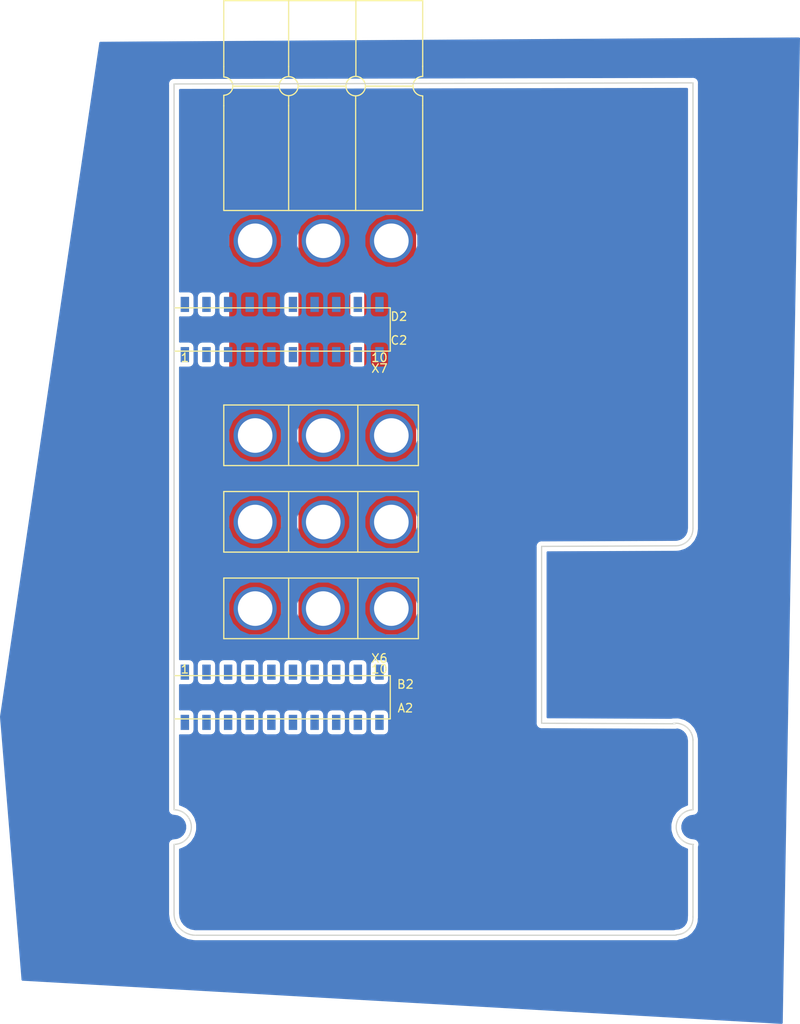
<source format=kicad_pcb>
(kicad_pcb (version 20171130) (host pcbnew "(5.0.0)")

  (general
    (thickness 1.6)
    (drawings 16)
    (tracks 0)
    (zones 0)
    (modules 5)
    (nets 4)
  )

  (page A4)
  (layers
    (0 F.Cu signal)
    (31 B.Cu signal)
    (32 B.Adhes user)
    (33 F.Adhes user)
    (34 B.Paste user)
    (35 F.Paste user)
    (36 B.SilkS user)
    (37 F.SilkS user)
    (38 B.Mask user)
    (39 F.Mask user)
    (40 Dwgs.User user)
    (41 Cmts.User user)
    (42 Eco1.User user)
    (43 Eco2.User user)
    (44 Edge.Cuts user)
    (45 Margin user)
    (46 B.CrtYd user)
    (47 F.CrtYd user)
    (48 B.Fab user)
    (49 F.Fab user)
  )

  (setup
    (last_trace_width 0.25)
    (trace_clearance 0.2)
    (zone_clearance 0.508)
    (zone_45_only no)
    (trace_min 0.2)
    (segment_width 0.2)
    (edge_width 0.15)
    (via_size 0.8)
    (via_drill 0.4)
    (via_min_size 0.4)
    (via_min_drill 0.3)
    (uvia_size 0.3)
    (uvia_drill 0.1)
    (uvias_allowed no)
    (uvia_min_size 0.2)
    (uvia_min_drill 0.1)
    (pcb_text_width 0.3)
    (pcb_text_size 1.5 1.5)
    (mod_edge_width 0.15)
    (mod_text_size 1 1)
    (mod_text_width 0.15)
    (pad_size 1.524 1.524)
    (pad_drill 0.762)
    (pad_to_mask_clearance 0.2)
    (aux_axis_origin 0 0)
    (visible_elements FFFFFF7F)
    (pcbplotparams
      (layerselection 0x010fc_ffffffff)
      (usegerberextensions false)
      (usegerberattributes false)
      (usegerberadvancedattributes false)
      (creategerberjobfile false)
      (excludeedgelayer true)
      (linewidth 0.100000)
      (plotframeref false)
      (viasonmask false)
      (mode 1)
      (useauxorigin false)
      (hpglpennumber 1)
      (hpglpenspeed 20)
      (hpglpendiameter 15.000000)
      (psnegative false)
      (psa4output false)
      (plotreference true)
      (plotvalue true)
      (plotinvisibletext false)
      (padsonsilk false)
      (subtractmaskfromsilk false)
      (outputformat 1)
      (mirror false)
      (drillshape 1)
      (scaleselection 1)
      (outputdirectory ""))
  )

  (net 0 "")
  (net 1 "Net-(Conn1-Pad3)")
  (net 2 "Net-(Conn1-Pad2)")
  (net 3 "Net-(Conn1-Pad1)")

  (net_class Default "This is the default net class."
    (clearance 0.2)
    (trace_width 0.25)
    (via_dia 0.8)
    (via_drill 0.4)
    (uvia_dia 0.3)
    (uvia_drill 0.1)
    (add_net "Net-(Conn1-Pad1)")
    (add_net "Net-(Conn1-Pad2)")
    (add_net "Net-(Conn1-Pad3)")
  )

  (module MRDT_Connectors:Anderson_3_Horisontal_Side_by_Side (layer F.Cu) (tedit 5AAD6D62) (tstamp 5BD6C9A1)
    (at 118.236 29.4386 270)
    (path /5BCA5207)
    (fp_text reference Conn1 (at -1.8796 -6.858 270) (layer F.SilkS) hide
      (effects (font (size 1 1) (thickness 0.15)))
    )
    (fp_text value AndersonPP (at -12.8651 -24.384 270) (layer F.Fab)
      (effects (font (size 1 1) (thickness 0.15)))
    )
    (fp_line (start -14.5796 -6.4516) (end -14.5796 -1.0668) (layer F.SilkS) (width 0.15))
    (fp_arc (start -14.5796 0) (end -14.5796 -1.0668) (angle 90) (layer F.SilkS) (width 0.15))
    (fp_arc (start -14.5796 0) (end -15.6464 0) (angle 90) (layer F.SilkS) (width 0.15))
    (fp_line (start -13.462 0) (end -12.2428 0) (layer F.SilkS) (width 0.15))
    (fp_line (start -15.6972 0) (end -16.8656 0) (layer F.SilkS) (width 0.15))
    (fp_circle (center -14.5796 -7.62) (end -13.462 -7.62) (layer F.SilkS) (width 0.15))
    (fp_line (start -16.8656 0) (end -24.6126 0) (layer F.SilkS) (width 0.15))
    (fp_line (start -12.2936 0) (end 0 0) (layer F.SilkS) (width 0.15))
    (fp_line (start -15.7226 -23.368) (end -16.9418 -23.368) (layer F.SilkS) (width 0.15))
    (fp_arc (start -14.5796 -23.368) (end -13.4366 -23.368) (angle 90) (layer F.SilkS) (width 0.15))
    (fp_arc (start -14.5796 -23.368) (end -14.5796 -22.225) (angle 90) (layer F.SilkS) (width 0.15))
    (fp_line (start -12.2682 -7.62) (end -13.462 -7.62) (layer F.SilkS) (width 0.15))
    (fp_line (start -14.5796 -9.9314) (end -14.5796 -8.763) (layer F.SilkS) (width 0.15))
    (fp_line (start -16.891 -7.62) (end -15.7226 -7.62) (layer F.SilkS) (width 0.15))
    (fp_line (start -12.319 -23.368) (end -13.4112 -23.368) (layer F.SilkS) (width 0.15))
    (fp_line (start -14.5796 -22.225) (end -14.5796 -21.0566) (layer F.SilkS) (width 0.15))
    (fp_line (start -14.5796 -13.208) (end -14.5796 -14.351) (layer F.SilkS) (width 0.15))
    (fp_line (start -24.6126 -15.5194) (end -15.7226 -15.5194) (layer F.SilkS) (width 0.15))
    (fp_line (start -14.5796 -17.78) (end -14.5796 -16.637) (layer F.SilkS) (width 0.15))
    (fp_line (start -12.2936 -15.494) (end -13.4366 -15.494) (layer F.SilkS) (width 0.15))
    (fp_line (start -14.5796 -13.208) (end -14.5796 -9.906) (layer F.SilkS) (width 0.15))
    (fp_line (start -12.2936 -15.494) (end 0.0254 -15.494) (layer F.SilkS) (width 0.15))
    (fp_line (start -14.5796 -17.78) (end -14.5796 -21.0566) (layer F.SilkS) (width 0.15))
    (fp_circle (center -14.5796 -15.494) (end -14.5796 -14.351) (layer F.SilkS) (width 0.15))
    (fp_line (start -12.2936 -7.62) (end 0.0254 -7.62) (layer F.SilkS) (width 0.15))
    (fp_line (start -16.8656 -7.62) (end -24.6126 -7.62) (layer F.SilkS) (width 0.15))
    (fp_line (start -24.6126 -23.368) (end -16.8656 -23.368) (layer F.SilkS) (width 0.15))
    (fp_line (start -12.2936 -23.368) (end 0.0254 -23.368) (layer F.SilkS) (width 0.15))
    (fp_line (start -24.6166 0.002) (end -24.6166 -23.37) (layer F.SilkS) (width 0.15))
    (fp_line (start 0.0214 0.002) (end 0.0214 -23.37) (layer F.SilkS) (width 0.15))
    (pad 3 thru_hole circle (at 3.5814 -3.684 270) (size 5.08 5.08) (drill 4.06) (layers *.Cu *.Mask F.Paste)
      (net 1 "Net-(Conn1-Pad3)"))
    (pad 2 thru_hole circle (at 3.5814 -11.683 270) (size 5.08 5.08) (drill 4.06) (layers *.Cu *.Mask F.Paste)
      (net 2 "Net-(Conn1-Pad2)"))
    (pad 1 thru_hole circle (at 3.5814 -19.684 270) (size 5.08 5.08) (drill 4.06) (layers *.Cu *.Mask F.Paste)
      (net 3 "Net-(Conn1-Pad1)"))
  )

  (module "Project Library:Anderson_3_Horisontal_Side_by_Side" (layer F.Cu) (tedit 5BCA5C08) (tstamp 5BD6CCBF)
    (at 118.236 52.2986 270)
    (path /5BCA6C87)
    (fp_text reference Conn2 (at -1.8796 -6.858 270) (layer F.SilkS) hide
      (effects (font (size 1 1) (thickness 0.15)))
    )
    (fp_text value AndersonPP (at -12.8651 -24.384 270) (layer F.Fab)
      (effects (font (size 1 1) (thickness 0.15)))
    )
    (fp_line (start 0 -22.86) (end 7.112 -22.86) (layer F.SilkS) (width 0.15))
    (fp_line (start 7.112 -22.86) (end 7.112 0) (layer F.SilkS) (width 0.15))
    (fp_line (start 7.112 0) (end 0 0) (layer F.SilkS) (width 0.15))
    (fp_line (start 0 0) (end 0 -22.86) (layer F.SilkS) (width 0.15))
    (fp_line (start 0 -15.748) (end 7.112 -15.748) (layer F.SilkS) (width 0.15))
    (fp_line (start 0 -7.62) (end 7.112 -7.62) (layer F.SilkS) (width 0.15))
    (pad 3 thru_hole circle (at 3.5814 -3.684 270) (size 5.08 5.08) (drill 4.06) (layers *.Cu *.Mask F.Paste)
      (net 1 "Net-(Conn1-Pad3)"))
    (pad 2 thru_hole circle (at 3.5814 -11.683 270) (size 5.08 5.08) (drill 4.06) (layers *.Cu *.Mask F.Paste)
      (net 2 "Net-(Conn1-Pad2)"))
    (pad 1 thru_hole circle (at 3.5814 -19.684 270) (size 5.08 5.08) (drill 4.06) (layers *.Cu *.Mask F.Paste)
      (net 3 "Net-(Conn1-Pad1)"))
  )

  (module "Project Library:Anderson_3_Horisontal_Side_by_Side" (layer F.Cu) (tedit 5BCA5C08) (tstamp 5BD6CC9B)
    (at 118.236 62.4586 270)
    (path /5BCA6F40)
    (fp_text reference Conn3 (at -1.8796 -6.858 270) (layer F.SilkS) hide
      (effects (font (size 1 1) (thickness 0.15)))
    )
    (fp_text value AndersonPP (at -12.8651 -24.384 270) (layer F.Fab)
      (effects (font (size 1 1) (thickness 0.15)))
    )
    (fp_line (start 0 -7.62) (end 7.112 -7.62) (layer F.SilkS) (width 0.15))
    (fp_line (start 0 -15.748) (end 7.112 -15.748) (layer F.SilkS) (width 0.15))
    (fp_line (start 0 0) (end 0 -22.86) (layer F.SilkS) (width 0.15))
    (fp_line (start 7.112 0) (end 0 0) (layer F.SilkS) (width 0.15))
    (fp_line (start 7.112 -22.86) (end 7.112 0) (layer F.SilkS) (width 0.15))
    (fp_line (start 0 -22.86) (end 7.112 -22.86) (layer F.SilkS) (width 0.15))
    (pad 1 thru_hole circle (at 3.5814 -19.684 270) (size 5.08 5.08) (drill 4.06) (layers *.Cu *.Mask F.Paste)
      (net 3 "Net-(Conn1-Pad1)"))
    (pad 2 thru_hole circle (at 3.5814 -11.683 270) (size 5.08 5.08) (drill 4.06) (layers *.Cu *.Mask F.Paste)
      (net 2 "Net-(Conn1-Pad2)"))
    (pad 3 thru_hole circle (at 3.5814 -3.684 270) (size 5.08 5.08) (drill 4.06) (layers *.Cu *.Mask F.Paste)
      (net 1 "Net-(Conn1-Pad3)"))
  )

  (module "Project Library:Anderson_3_Horisontal_Side_by_Side" (layer F.Cu) (tedit 5BCA5C08) (tstamp 5BD6CC77)
    (at 118.236 72.6186 270)
    (path /5BCA6F55)
    (fp_text reference Conn4 (at -1.8796 -6.858 270) (layer F.SilkS) hide
      (effects (font (size 1 1) (thickness 0.15)))
    )
    (fp_text value AndersonPP (at -12.8651 -24.384 270) (layer F.Fab)
      (effects (font (size 1 1) (thickness 0.15)))
    )
    (fp_line (start 0 -22.86) (end 7.112 -22.86) (layer F.SilkS) (width 0.15))
    (fp_line (start 7.112 -22.86) (end 7.112 0) (layer F.SilkS) (width 0.15))
    (fp_line (start 7.112 0) (end 0 0) (layer F.SilkS) (width 0.15))
    (fp_line (start 0 0) (end 0 -22.86) (layer F.SilkS) (width 0.15))
    (fp_line (start 0 -15.748) (end 7.112 -15.748) (layer F.SilkS) (width 0.15))
    (fp_line (start 0 -7.62) (end 7.112 -7.62) (layer F.SilkS) (width 0.15))
    (pad 3 thru_hole circle (at 3.5814 -3.684 270) (size 5.08 5.08) (drill 4.06) (layers *.Cu *.Mask F.Paste)
      (net 1 "Net-(Conn1-Pad3)"))
    (pad 2 thru_hole circle (at 3.5814 -11.683 270) (size 5.08 5.08) (drill 4.06) (layers *.Cu *.Mask F.Paste)
      (net 2 "Net-(Conn1-Pad2)"))
    (pad 1 thru_hole circle (at 3.5814 -19.684 270) (size 5.08 5.08) (drill 4.06) (layers *.Cu *.Mask F.Paste)
      (net 3 "Net-(Conn1-Pad1)"))
  )

  (module MRDT_Shields:TM4C129E_Launchpad_X7_Bottom_SMD (layer F.Cu) (tedit 5B7ECCBB) (tstamp 5BD6CD4E)
    (at 112.395 89.154)
    (fp_text reference REF** (at 57.404 -0.762 180) (layer F.SilkS) hide
      (effects (font (size 1 1) (thickness 0.15)))
    )
    (fp_text value TM4C129E_Launchpad_X7 (at 32.512 1.016) (layer F.Fab) hide
      (effects (font (size 1 1) (thickness 0.15)))
    )
    (fp_line (start 60.706 -22.352) (end 61.214 -22.352) (layer F.Fab) (width 0.05))
    (fp_line (start 58.928 -22.098) (end 58.928 -22.606) (layer F.Fab) (width 0.05))
    (fp_line (start 58.674 -22.352) (end 59.182 -22.352) (layer F.Fab) (width 0.05))
    (fp_line (start 58.928 -20.066) (end 58.928 -20.574) (layer F.Fab) (width 0.05))
    (fp_arc (start 58.928 -22.352) (end 60.96 -22.352) (angle 90) (layer F.Fab) (width 0.15))
    (fp_line (start 58.928 0.762) (end 58.928 0.254) (layer F.Fab) (width 0.05))
    (fp_line (start 61.214 2.54) (end 60.706 2.54) (layer F.Fab) (width 0.05))
    (fp_line (start 58.928 2.794) (end 58.928 2.286) (layer F.Fab) (width 0.05))
    (fp_line (start 59.182 2.54) (end 58.674 2.54) (layer F.Fab) (width 0.05))
    (fp_line (start 59.182 12.7) (end 58.674 12.7) (layer F.Fab) (width 0.05))
    (fp_line (start 61.214 14.732) (end 60.706 14.732) (layer F.Fab) (width 0.05))
    (fp_line (start 60.96 14.986) (end 60.96 14.478) (layer F.Fab) (width 0.05))
    (fp_line (start 60.96 10.922) (end 60.96 10.414) (layer F.Fab) (width 0.05))
    (fp_line (start 61.214 10.668) (end 60.706 10.668) (layer F.Fab) (width 0.05))
    (fp_line (start 60.96 12.954) (end 60.96 12.446) (layer F.Fab) (width 0.05))
    (fp_line (start 61.214 12.7) (end 60.706 12.7) (layer F.Fab) (width 0.05))
    (fp_line (start 58.928 25.654) (end 58.928 25.146) (layer F.Fab) (width 0.05))
    (fp_line (start 61.214 23.368) (end 60.706 23.368) (layer F.Fab) (width 0.05))
    (fp_arc (start 58.928 23.368) (end 60.96 23.368) (angle 90) (layer F.Fab) (width 0.15))
    (fp_line (start 58.928 23.622) (end 58.928 23.114) (layer F.Fab) (width 0.05))
    (fp_line (start 59.182 23.368) (end 58.674 23.368) (layer F.Fab) (width 0.05))
    (fp_line (start 2.54 25.654) (end 2.54 25.146) (layer F.Fab) (width 0.05))
    (fp_line (start 0.254 22.86) (end -0.254 22.86) (layer F.Fab) (width 0.05))
    (fp_line (start 2.54 23.114) (end 2.54 22.606) (layer F.Fab) (width 0.05))
    (fp_line (start 2.794 22.86) (end 2.286 22.86) (layer F.Fab) (width 0.05))
    (fp_arc (start 2.032 23.368) (end 2.032 25.4) (angle 90) (layer F.Fab) (width 0.15))
    (fp_line (start 0.254 10.668) (end -0.254 10.668) (layer F.Fab) (width 0.05))
    (fp_line (start 0 10.922) (end 0 10.414) (layer F.Fab) (width 0.05))
    (fp_line (start 0.254 14.732) (end -0.254 14.732) (layer F.Fab) (width 0.05))
    (fp_line (start 0 14.986) (end 0 14.478) (layer F.Fab) (width 0.05))
    (fp_line (start 2.286 12.7) (end 1.778 12.7) (layer F.Fab) (width 0.05))
    (fp_line (start 0.254 12.7) (end -0.254 12.7) (layer F.Fab) (width 0.05))
    (fp_line (start 0 -48.26) (end 0 -43.18) (layer F.SilkS) (width 0.15))
    (fp_line (start 25.4 -48.26) (end 0 -48.26) (layer F.SilkS) (width 0.15))
    (fp_line (start 25.4 -43.18) (end 25.4 -48.26) (layer F.SilkS) (width 0.15))
    (fp_line (start 0 0) (end 25.4 0) (layer F.SilkS) (width 0.15))
    (fp_line (start 0 -5.08) (end 0 0) (layer F.SilkS) (width 0.15))
    (fp_line (start 25.4 0) (end 25.4 -5.08) (layer F.SilkS) (width 0.15))
    (fp_line (start 0 -43.18) (end 25.4 -43.18) (layer F.SilkS) (width 0.15))
    (fp_line (start 25.4 -5.08) (end 0 -5.08) (layer F.SilkS) (width 0.15))
    (fp_text user A2 (at 27.178 -1.27 180) (layer F.SilkS)
      (effects (font (size 1 1) (thickness 0.15)))
    )
    (fp_text user B2 (at 27.178 -4.064 180) (layer F.SilkS)
      (effects (font (size 1 1) (thickness 0.15)))
    )
    (fp_text user D2 (at 26.416 -47.244) (layer F.SilkS)
      (effects (font (size 1 1) (thickness 0.15)))
    )
    (fp_text user C2 (at 26.416 -44.45 180) (layer F.SilkS)
      (effects (font (size 1 1) (thickness 0.15)))
    )
    (fp_line (start 0 -74.6) (end 60.96 -74.6) (layer F.Fab) (width 0.15))
    (fp_line (start 0 0.508) (end 58.928 0.508) (layer F.Fab) (width 0.15))
    (fp_line (start 43.18 -20.32) (end 43.18 0.508) (layer F.Fab) (width 0.15))
    (fp_line (start 58.928 -20.32) (end 43.18 -20.32) (layer F.Fab) (width 0.15))
    (fp_text user "Boosterpack 2" (at 27.432 -75.692) (layer F.Fab)
      (effects (font (size 1 1) (thickness 0.15)))
    )
    (fp_text user X6 (at 24.13 -7.112) (layer F.SilkS)
      (effects (font (size 1 1) (thickness 0.15)))
    )
    (fp_text user X7 (at 24.13 -41.148 180) (layer F.SilkS)
      (effects (font (size 1 1) (thickness 0.15)))
    )
    (fp_text user 1 (at 1.27 -5.842 180) (layer F.SilkS)
      (effects (font (size 1 1) (thickness 0.15)))
    )
    (fp_text user 10 (at 24.13 -5.842 180) (layer F.SilkS)
      (effects (font (size 1 1) (thickness 0.15)))
    )
    (fp_text user 10 (at 24.13 -42.418 180) (layer F.SilkS)
      (effects (font (size 1 1) (thickness 0.15)))
    )
    (fp_text user 1 (at 1.27 -42.418 180) (layer F.SilkS)
      (effects (font (size 1 1) (thickness 0.15)))
    )
    (fp_text user "Expand out this way -->" (at -0.762 -64.6176 90) (layer F.Fab)
      (effects (font (size 1 1) (thickness 0.15)))
    )
    (fp_text user "Ethernet Jack" (at 49.022 -19.05) (layer F.Fab)
      (effects (font (size 1 1) (thickness 0.15)))
    )
    (fp_text user "Keep Out" (at 47.244 -17.526) (layer F.Fab)
      (effects (font (size 1 1) (thickness 0.15)))
    )
    (fp_line (start 0 0) (end 0 10.668) (layer F.Fab) (width 0.15))
    (fp_line (start 0 14.732) (end 0 22.86) (layer F.Fab) (width 0.15))
    (fp_arc (start 0 12.7) (end 2.032 12.7) (angle 90) (layer F.Fab) (width 0.15))
    (fp_arc (start 0 12.7) (end 0 10.668) (angle 90) (layer F.Fab) (width 0.15))
    (fp_line (start 60.96 2.54) (end 60.96 10.668) (layer F.Fab) (width 0.15))
    (fp_arc (start 60.96 12.7) (end 58.928 12.7) (angle 90) (layer F.Fab) (width 0.15))
    (fp_arc (start 60.96 12.7) (end 60.96 14.732) (angle 90) (layer F.Fab) (width 0.15))
    (fp_line (start 60.96 14.732) (end 60.96 22.86) (layer F.Fab) (width 0.15))
    (fp_line (start 58.928 25.4) (end 2.54 25.4) (layer F.Fab) (width 0.15))
    (fp_arc (start 58.928 2.54) (end 58.928 0.508) (angle 90) (layer F.Fab) (width 0.15))
    (fp_line (start 0 12.954) (end 0 12.446) (layer F.Fab) (width 0.05))
    (fp_line (start 0 23.368) (end 0 22.8346) (layer F.Fab) (width 0.15))
    (fp_line (start 2.032 25.4) (end 2.54 25.4) (layer F.Fab) (width 0.15))
    (fp_line (start 58.42 25.4) (end 58.928 25.4) (layer F.Fab) (width 0.15))
    (fp_line (start 60.96 23.368) (end 60.96 22.86) (layer F.Fab) (width 0.15))
    (fp_text user "10cm Line" (at 4.064 -75.438) (layer F.Fab)
      (effects (font (size 1 1) (thickness 0.15)))
    )
    (fp_line (start 60.96 -74.5998) (end 60.96 -22.352) (layer F.Fab) (width 0.15))
    (fp_line (start 0 0) (end 0 -74.5998) (layer F.Fab) (width 0.15))
    (pad PP5 smd rect (at 6.35 -48.6664 180) (size 0.9906 1.778) (layers B.Cu B.Paste B.Mask))
    (pad PM7 smd rect (at 3.81 -48.6664 180) (size 0.9906 1.778) (layers B.Cu B.Paste B.Mask))
    (pad GND smd rect (at 1.27 -48.6664 180) (size 0.9906 1.778) (layers B.Cu B.Paste B.Mask))
    (pad PK7 smd rect (at 24.13 -42.7736 180) (size 0.9906 1.778) (layers B.Cu B.Paste B.Mask))
    (pad PK6 smd rect (at 21.59 -42.7736 180) (size 0.9906 1.778) (layers B.Cu B.Paste B.Mask))
    (pad PH1 smd rect (at 19.05 -42.7736 180) (size 0.9906 1.778) (layers B.Cu B.Paste B.Mask))
    (pad PH0 smd rect (at 16.51 -42.7736 180) (size 0.9906 1.778) (layers B.Cu B.Paste B.Mask))
    (pad PM2 smd rect (at 13.97 -42.7736 180) (size 0.9906 1.778) (layers B.Cu B.Paste B.Mask))
    (pad PM1 smd rect (at 11.43 -42.7736 180) (size 0.9906 1.778) (layers B.Cu B.Paste B.Mask))
    (pad PM0 smd rect (at 8.89 -42.7736 180) (size 0.9906 1.778) (layers B.Cu B.Paste B.Mask))
    (pad PK5 smd rect (at 6.35 -42.7736 180) (size 0.9906 1.778) (layers B.Cu B.Paste B.Mask))
    (pad PK4 smd rect (at 3.81 -42.7736 180) (size 0.9906 1.778) (layers B.Cu B.Paste B.Mask))
    (pad PG1 smd rect (at 1.27 -42.7736 180) (size 0.9906 1.778) (layers B.Cu B.Paste B.Mask))
    (pad PN4 smd rect (at 24.13 0.4064 180) (size 0.9906 1.778) (layers B.Cu B.Paste B.Mask))
    (pad PP4 smd rect (at 19.05 0.4064 180) (size 0.9906 1.778) (layers B.Cu B.Paste B.Mask))
    (pad PD5 smd rect (at 13.97 0.4064 180) (size 0.9906 1.778) (layers B.Cu B.Paste B.Mask))
    (pad PD4 smd rect (at 11.43 0.4064 180) (size 0.9906 1.778) (layers B.Cu B.Paste B.Mask))
    (pad PP1 smd rect (at 8.89 0.4064 180) (size 0.9906 1.778) (layers B.Cu B.Paste B.Mask))
    (pad PP0 smd rect (at 6.35 0.4064 180) (size 0.9906 1.778) (layers B.Cu B.Paste B.Mask))
    (pad PD2 smd rect (at 3.81 0.4064 180) (size 0.9906 1.778) (layers B.Cu B.Paste B.Mask))
    (pad PA5 smd rect (at 24.13 -5.4864 180) (size 0.9906 1.778) (layers B.Cu B.Paste B.Mask))
    (pad PK3 smd rect (at 19.05 -5.4864 180) (size 0.9906 1.778) (layers B.Cu B.Paste B.Mask))
    (pad PB5 smd rect (at 8.89 -5.4864 180) (size 0.9906 1.778) (layers B.Cu B.Paste B.Mask))
    (pad PB4 smd rect (at 6.35 -5.4864 180) (size 0.9906 1.778) (layers B.Cu B.Paste B.Mask))
    (pad GND smd rect (at 3.81 -5.4864 180) (size 0.9906 1.778) (layers B.Cu B.Paste B.Mask))
    (pad +5V smd rect (at 1.27 -5.4864 180) (size 0.9906 1.778) (layers B.Cu B.Paste B.Mask))
    (pad PK1 smd rect (at 13.97 -5.4864 180) (size 0.9906 1.778) (layers B.Cu B.Paste B.Mask))
    (pad PK2 smd rect (at 16.51 -5.4864 180) (size 0.9906 1.778) (layers B.Cu B.Paste B.Mask))
    (pad PN5 smd rect (at 21.59 0.4064 180) (size 0.9906 1.778) (layers B.Cu B.Paste B.Mask))
    (pad PA7 smd rect (at 8.89 -48.6664 180) (size 0.9906 1.778) (layers B.Cu B.Paste B.Mask))
    (pad Rese smd rect (at 11.43 -48.6664 180) (size 0.9906 1.778) (layers B.Cu B.Paste B.Mask))
    (pad PA4 smd rect (at 21.59 -5.4864 180) (size 0.9906 1.778) (layers B.Cu B.Paste B.Mask))
    (pad PQ0 smd rect (at 16.51 0.4064 180) (size 0.9906 1.778) (layers B.Cu B.Paste B.Mask))
    (pad PP3 smd rect (at 19.05 -48.6664 180) (size 0.9906 1.778) (layers B.Cu B.Paste B.Mask))
    (pad PQ3 smd rect (at 16.51 -48.6664 180) (size 0.9906 1.778) (layers B.Cu B.Paste B.Mask))
    (pad PK0 smd rect (at 11.43 -5.4864 180) (size 0.9906 1.778) (layers B.Cu B.Paste B.Mask))
    (pad PQ2 smd rect (at 13.97 -48.6664 180) (size 0.9906 1.778) (layers B.Cu B.Paste B.Mask))
    (pad PQ1 smd rect (at 21.59 -48.6664 180) (size 0.9906 1.778) (layers B.Cu B.Paste B.Mask))
    (pad PM6 smd rect (at 24.13 -48.6664 180) (size 0.9906 1.778) (layers B.Cu B.Paste B.Mask))
    (pad +3V3 smd rect (at 1.27 0.4064 180) (size 0.9906 1.778) (layers B.Cu B.Paste B.Mask))
  )

  (gr_line (start 173.355 99.822) (end 173.355 91.567) (layer Edge.Cuts) (width 0.15))
  (gr_line (start 112.395 99.822) (end 112.395 14.605) (layer Edge.Cuts) (width 0.15))
  (gr_arc (start 112.395 101.854) (end 112.395 103.886) (angle -180) (layer Edge.Cuts) (width 0.15))
  (gr_line (start 112.395 112.014) (end 112.395 103.886) (layer Edge.Cuts) (width 0.15))
  (gr_arc (start 114.935 112.014) (end 112.395 112.014) (angle -87.13759477) (layer Edge.Cuts) (width 0.15))
  (gr_line (start 171.3865 114.554) (end 114.935 114.554) (layer Edge.Cuts) (width 0.15))
  (gr_arc (start 171.3865 112.522) (end 171.3865 114.4905) (angle -95.35582504) (layer Edge.Cuts) (width 0.15))
  (gr_arc (start 173.4185 101.854) (end 173.355001 99.822001) (angle -178.2100894) (layer Edge.Cuts) (width 0.15))
  (gr_line (start 173.355 103.886) (end 173.355 112.4585) (layer Edge.Cuts) (width 0.15))
  (gr_arc (start 171.323 91.694) (end 173.355 91.694) (angle -99.09027692) (layer Edge.Cuts) (width 0.15))
  (gr_line (start 155.575 89.662) (end 171.2595 89.7255) (layer Edge.Cuts) (width 0.15))
  (gr_line (start 155.575 68.8975) (end 155.575 89.662) (layer Edge.Cuts) (width 0.15))
  (gr_line (start 171.323 68.834) (end 155.575 68.8975) (layer Edge.Cuts) (width 0.15))
  (gr_arc (start 171.323 66.802) (end 171.323 68.834) (angle -90) (layer Edge.Cuts) (width 0.15))
  (gr_line (start 173.355 14.478) (end 173.355 66.802) (layer Edge.Cuts) (width 0.15))
  (gr_line (start 112.395 14.605) (end 173.355 14.478) (layer Edge.Cuts) (width 0.15))

  (zone (net 1) (net_name "Net-(Conn1-Pad3)") (layer F.Cu) (tstamp 5BD6D60A) (hatch edge 0.508)
    (connect_pads yes (clearance 0.508))
    (min_thickness 0.254)
    (fill yes (arc_segments 16) (thermal_gap 0.508) (thermal_bridge_width 0.508))
    (polygon
      (pts
        (xy 118.872 29.972) (xy 124.968 29.972) (xy 124.968 79.248) (xy 118.872 79.248)
      )
    )
    (filled_polygon
      (pts
        (xy 124.841 79.121) (xy 118.999 79.121) (xy 118.999 30.099) (xy 124.841 30.099)
      )
    )
  )
  (zone (net 2) (net_name "Net-(Conn1-Pad2)") (layer F.Cu) (tstamp 5BD6D607) (hatch edge 0.508)
    (connect_pads yes (clearance 0.508))
    (min_thickness 0.254)
    (fill yes (arc_segments 16) (thermal_gap 0.508) (thermal_bridge_width 0.508))
    (polygon
      (pts
        (xy 127.004142 29.972) (xy 133.100142 29.972) (xy 133.100142 79.248) (xy 127.004142 79.248)
      )
    )
    (filled_polygon
      (pts
        (xy 132.973142 79.121) (xy 127.131142 79.121) (xy 127.131142 30.099) (xy 132.973142 30.099)
      )
    )
  )
  (zone (net 3) (net_name "Net-(Conn1-Pad1)") (layer F.Cu) (tstamp 5BD6D604) (hatch edge 0.508)
    (connect_pads yes (clearance 0.508))
    (min_thickness 0.254)
    (fill yes (arc_segments 16) (thermal_gap 0.508) (thermal_bridge_width 0.508))
    (polygon
      (pts
        (xy 134.738259 29.972) (xy 140.834259 29.972) (xy 140.834259 79.248) (xy 134.738259 79.248)
      )
    )
    (filled_polygon
      (pts
        (xy 140.707259 79.121) (xy 134.865259 79.121) (xy 134.865259 30.099) (xy 140.707259 30.099)
      )
    )
  )
  (zone (net 0) (net_name "") (layer B.Cu) (tstamp 0) (hatch edge 0.508)
    (connect_pads yes (clearance 0.508))
    (min_thickness 0.254)
    (fill yes (arc_segments 16) (thermal_gap 0.508) (thermal_bridge_width 0.508))
    (polygon
      (pts
        (xy 103.632 9.652) (xy 185.928 9.144) (xy 183.896 124.968) (xy 94.488 119.888) (xy 91.948 88.9)
      )
    )
    (filled_polygon
      (pts
        (xy 183.771337 124.833713) (xy 94.605547 119.767475) (xy 92.075765 88.904127) (xy 103.0299 14.606508) (xy 111.671093 14.606508)
        (xy 111.685001 14.675675) (xy 111.685 99.891925) (xy 111.726195 100.099027) (xy 111.883119 100.33388) (xy 112.117972 100.490805)
        (xy 112.395 100.545909) (xy 112.414482 100.542034) (xy 112.764009 100.59209) (xy 113.103352 100.746381) (xy 113.385752 100.989712)
        (xy 113.588506 101.302523) (xy 113.695314 101.659665) (xy 113.697592 102.032435) (xy 113.595154 102.390854) (xy 113.396237 102.70612)
        (xy 113.116831 102.952883) (xy 112.779397 103.111307) (xy 112.420571 103.167177) (xy 112.395 103.162091) (xy 112.117973 103.217195)
        (xy 111.88312 103.374119) (xy 111.726196 103.608972) (xy 111.685001 103.816074) (xy 111.685 112.083925) (xy 111.688878 112.103421)
        (xy 111.692012 112.144744) (xy 111.779936 112.775337) (xy 111.791602 112.818461) (xy 111.79777 112.862697) (xy 111.826412 112.947134)
        (xy 112.068395 113.53605) (xy 112.090416 113.574913) (xy 112.107394 113.616232) (xy 112.156135 113.690894) (xy 112.536974 114.201129)
        (xy 112.567974 114.2333) (xy 112.594688 114.269091) (xy 112.660465 114.329286) (xy 113.156229 114.728781) (xy 113.194253 114.75223)
        (xy 113.229031 114.780255) (xy 113.307712 114.822201) (xy 113.887251 115.085853) (xy 113.929912 115.09911) (xy 113.970567 115.117605)
        (xy 114.057207 115.138666) (xy 114.684106 115.24991) (xy 114.831215 115.257265) (xy 114.865074 115.264) (xy 171.456426 115.264)
        (xy 171.663528 115.222805) (xy 171.756352 115.160782) (xy 171.943556 115.138035) (xy 172.029363 115.114918) (xy 172.11589 115.094694)
        (xy 172.123952 115.091493) (xy 172.64142 114.882362) (xy 172.724765 114.83394) (xy 172.808643 114.78657) (xy 172.815483 114.781234)
        (xy 173.253454 114.435273) (xy 173.319852 114.365412) (xy 173.387069 114.296398) (xy 173.392133 114.289362) (xy 173.392137 114.289358)
        (xy 173.39214 114.289353) (xy 173.715405 113.834378) (xy 173.759528 113.748686) (xy 173.804672 113.663583) (xy 173.807559 113.655403)
        (xy 173.990135 113.127981) (xy 174.008432 113.03336) (xy 174.027878 112.938998) (xy 174.028354 112.930336) (xy 174.042433 112.641881)
        (xy 174.065 112.528426) (xy 174.065 104.163424) (xy 174.098731 104.090424) (xy 174.128486 103.891329) (xy 174.101166 103.691884)
        (xy 174.018966 103.508125) (xy 173.888496 103.354823) (xy 173.720242 103.244301) (xy 173.632401 103.217445) (xy 173.632027 103.217195)
        (xy 173.630758 103.216942) (xy 173.527732 103.185444) (xy 173.519153 103.184162) (xy 173.049212 103.116861) (xy 172.709613 102.962454)
        (xy 172.427001 102.71894) (xy 172.224095 102.405893) (xy 172.117206 102.04848) (xy 172.114927 101.67543) (xy 172.217441 101.316741)
        (xy 172.41651 101.001236) (xy 172.696125 100.754289) (xy 173.036932 100.594281) (xy 173.343322 100.543586) (xy 173.355 100.545909)
        (xy 173.632027 100.490805) (xy 173.86688 100.333881) (xy 174.023805 100.099028) (xy 174.065 99.891926) (xy 174.065 91.497074)
        (xy 174.023805 91.289972) (xy 174.011632 91.271754) (xy 173.960372 90.963459) (xy 173.93124 90.87157) (xy 173.903254 90.779402)
        (xy 173.899535 90.771565) (xy 173.649325 90.252601) (xy 173.595581 90.172592) (xy 173.542844 90.091971) (xy 173.537075 90.085493)
        (xy 173.151265 89.657615) (xy 173.077257 89.595933) (xy 173.003983 89.533329) (xy 172.996627 89.528731) (xy 172.506234 89.226334)
        (xy 172.417862 89.187891) (xy 172.329989 89.148381) (xy 172.321639 89.146032) (xy 171.766083 88.993426) (xy 171.670449 88.981328)
        (xy 171.575041 88.968072) (xy 171.566376 88.968162) (xy 171.566369 88.968161) (xy 171.566362 88.968162) (xy 170.990311 88.977617)
        (xy 170.791533 89.009421) (xy 170.782803 89.013564) (xy 156.285 88.954869) (xy 156.285 69.604643) (xy 171.395788 69.543712)
        (xy 171.420346 69.538724) (xy 171.675966 69.519728) (xy 171.746711 69.504174) (xy 171.818455 69.494346) (xy 171.826781 69.491912)
        (xy 172.378758 69.326836) (xy 172.46625 69.286409) (xy 172.554194 69.24707) (xy 172.561498 69.242399) (xy 172.561502 69.242397)
        (xy 173.044961 68.929034) (xy 173.117594 68.865672) (xy 173.190955 68.803237) (xy 173.196654 68.796704) (xy 173.196658 68.7967)
        (xy 173.196661 68.796695) (xy 173.572734 68.360241) (xy 173.624653 68.279058) (xy 173.677554 68.198525) (xy 173.681192 68.19065)
        (xy 173.919653 67.666183) (xy 173.9467 67.573691) (xy 173.974871 67.481548) (xy 173.976153 67.472969) (xy 174.055106 66.921666)
        (xy 174.065 66.871926) (xy 174.065 14.547177) (xy 174.078907 14.476492) (xy 174.051264 14.339017) (xy 174.023805 14.200972)
        (xy 174.023377 14.200332) (xy 174.023226 14.19958) (xy 173.944995 14.083026) (xy 173.86688 13.966119) (xy 173.866241 13.965692)
        (xy 173.865813 13.965054) (xy 173.748952 13.887322) (xy 173.632027 13.809195) (xy 173.631272 13.809045) (xy 173.630633 13.80862)
        (xy 173.492943 13.78153) (xy 173.355 13.754091) (xy 173.284341 13.768146) (xy 112.464197 13.894855) (xy 112.395 13.881091)
        (xy 112.324338 13.895146) (xy 112.323595 13.895148) (xy 112.25602 13.908736) (xy 112.117973 13.936195) (xy 112.117333 13.936623)
        (xy 112.11658 13.936774) (xy 111.999971 14.015041) (xy 111.88312 14.093119) (xy 111.882693 14.093758) (xy 111.882054 14.094187)
        (xy 111.804175 14.211268) (xy 111.726196 14.327972) (xy 111.726046 14.328725) (xy 111.72562 14.329366) (xy 111.698463 14.467397)
        (xy 111.685001 14.535074) (xy 111.685001 14.535818) (xy 111.671093 14.606508) (xy 103.0299 14.606508) (xy 103.741748 9.778325)
        (xy 185.798739 9.271801)
      )
    )
    (filled_polygon
      (pts
        (xy 172.645001 66.751412) (xy 172.58491 67.171009) (xy 172.430619 67.510352) (xy 172.187288 67.792752) (xy 171.874479 67.995506)
        (xy 171.493815 68.109348) (xy 171.295217 68.124106) (xy 155.643509 68.187218) (xy 155.575 68.173591) (xy 155.503656 68.187782)
        (xy 155.502212 68.187788) (xy 155.435174 68.201404) (xy 155.297972 68.228695) (xy 155.296734 68.229522) (xy 155.295278 68.229818)
        (xy 155.179462 68.307881) (xy 155.063119 68.38562) (xy 155.062292 68.386858) (xy 155.06106 68.387688) (xy 154.983938 68.504122)
        (xy 154.906195 68.620473) (xy 154.905905 68.621933) (xy 154.905084 68.623172) (xy 154.878374 68.76034) (xy 154.865 68.827575)
        (xy 154.865 68.82902) (xy 154.851097 68.900418) (xy 154.865 68.968869) (xy 154.865001 89.59062) (xy 154.851097 89.65907)
        (xy 154.865001 89.73048) (xy 154.865001 89.731926) (xy 154.878319 89.798878) (xy 154.905079 89.936318) (xy 154.905905 89.937565)
        (xy 154.906196 89.939028) (xy 154.983778 90.055138) (xy 155.061051 90.171804) (xy 155.06229 90.172639) (xy 155.06312 90.173881)
        (xy 155.179389 90.25157) (xy 155.295267 90.329677) (xy 155.296729 90.329974) (xy 155.297973 90.330805) (xy 155.435164 90.358094)
        (xy 155.502201 90.371711) (xy 155.503651 90.371717) (xy 155.575 90.385909) (xy 155.643503 90.372283) (xy 171.326551 90.435777)
        (xy 171.519325 90.398243) (xy 171.847462 90.488379) (xy 172.16476 90.684038) (xy 172.414388 90.960887) (xy 172.576279 91.296667)
        (xy 172.645001 91.709979) (xy 172.645 99.22935) (xy 172.619518 99.237406) (xy 172.530244 99.263512) (xy 172.52237 99.26715)
        (xy 172.0006 99.51212) (xy 171.920043 99.565036) (xy 171.838883 99.616939) (xy 171.832347 99.622641) (xy 171.400305 100.004208)
        (xy 171.337858 100.077582) (xy 171.274507 100.150203) (xy 171.269833 100.157511) (xy 170.96225 100.645001) (xy 170.922909 100.732949)
        (xy 170.882485 100.820434) (xy 170.880051 100.82876) (xy 170.721653 101.382983) (xy 170.708573 101.47847) (xy 170.694332 101.573753)
        (xy 170.694332 101.582427) (xy 170.697853 102.158831) (xy 170.7121 102.254159) (xy 170.725173 102.3496) (xy 170.727608 102.357924)
        (xy 170.727608 102.357926) (xy 170.727609 102.357928) (xy 170.892764 102.910172) (xy 170.933182 102.997644) (xy 170.972529 103.085607)
        (xy 170.977203 103.092915) (xy 171.290719 103.576611) (xy 171.354079 103.649242) (xy 171.416515 103.722605) (xy 171.423048 103.728304)
        (xy 171.423052 103.728308) (xy 171.423057 103.728311) (xy 171.859723 104.104569) (xy 171.940936 104.156507) (xy 172.021441 104.209389)
        (xy 172.029308 104.213024) (xy 172.029313 104.213027) (xy 172.029319 104.213029) (xy 172.554038 104.451604) (xy 172.645 104.478203)
        (xy 172.645001 112.259684) (xy 172.637726 112.294986) (xy 172.63725 112.303647) (xy 172.614999 112.759557) (xy 172.498947 113.094804)
        (xy 172.293466 113.384006) (xy 172.015074 113.603913) (xy 171.678996 113.739737) (xy 171.300859 113.785684) (xy 171.106483 113.83805)
        (xy 171.096727 113.844) (xy 114.888526 113.844) (xy 114.393625 113.756179) (xy 113.977369 113.56681) (xy 113.621289 113.279875)
        (xy 113.347749 112.913396) (xy 113.173945 112.490408) (xy 113.105 111.995929) (xy 113.105 104.496719) (xy 113.190509 104.470577)
        (xy 113.282967 104.44354) (xy 113.290841 104.439902) (xy 113.812356 104.195052) (xy 113.892925 104.142128) (xy 113.974073 104.090232)
        (xy 113.98061 104.08453) (xy 114.412442 103.703149) (xy 114.474887 103.629776) (xy 114.53824 103.557153) (xy 114.542913 103.549846)
        (xy 114.850346 103.062593) (xy 114.889687 102.974645) (xy 114.930111 102.88716) (xy 114.932545 102.878835) (xy 115.090866 102.324882)
        (xy 115.103943 102.229421) (xy 115.118187 102.134111) (xy 115.118187 102.125436) (xy 115.114667 101.549313) (xy 115.100414 101.453943)
        (xy 115.087346 101.358544) (xy 115.084912 101.350219) (xy 114.919836 100.798241) (xy 114.879418 100.710769) (xy 114.840071 100.622806)
        (xy 114.835397 100.615499) (xy 114.522034 100.13204) (xy 114.458707 100.059447) (xy 114.396237 99.986045) (xy 114.3897 99.980343)
        (xy 113.953241 99.604266) (xy 113.872058 99.552347) (xy 113.791525 99.499446) (xy 113.783654 99.49581) (xy 113.783651 99.495808)
        (xy 113.783648 99.495807) (xy 113.259183 99.257347) (xy 113.166691 99.2303) (xy 113.105 99.211439) (xy 113.105 91.083971)
        (xy 113.1697 91.09684) (xy 114.1603 91.09684) (xy 114.408065 91.047557) (xy 114.618109 90.907209) (xy 114.758457 90.697165)
        (xy 114.80774 90.4494) (xy 114.80774 88.6714) (xy 115.06226 88.6714) (xy 115.06226 90.4494) (xy 115.111543 90.697165)
        (xy 115.251891 90.907209) (xy 115.461935 91.047557) (xy 115.7097 91.09684) (xy 116.7003 91.09684) (xy 116.948065 91.047557)
        (xy 117.158109 90.907209) (xy 117.298457 90.697165) (xy 117.34774 90.4494) (xy 117.34774 88.6714) (xy 117.60226 88.6714)
        (xy 117.60226 90.4494) (xy 117.651543 90.697165) (xy 117.791891 90.907209) (xy 118.001935 91.047557) (xy 118.2497 91.09684)
        (xy 119.2403 91.09684) (xy 119.488065 91.047557) (xy 119.698109 90.907209) (xy 119.838457 90.697165) (xy 119.88774 90.4494)
        (xy 119.88774 88.6714) (xy 120.14226 88.6714) (xy 120.14226 90.4494) (xy 120.191543 90.697165) (xy 120.331891 90.907209)
        (xy 120.541935 91.047557) (xy 120.7897 91.09684) (xy 121.7803 91.09684) (xy 122.028065 91.047557) (xy 122.238109 90.907209)
        (xy 122.378457 90.697165) (xy 122.42774 90.4494) (xy 122.42774 88.6714) (xy 122.68226 88.6714) (xy 122.68226 90.4494)
        (xy 122.731543 90.697165) (xy 122.871891 90.907209) (xy 123.081935 91.047557) (xy 123.3297 91.09684) (xy 124.3203 91.09684)
        (xy 124.568065 91.047557) (xy 124.778109 90.907209) (xy 124.918457 90.697165) (xy 124.96774 90.4494) (xy 124.96774 88.6714)
        (xy 125.22226 88.6714) (xy 125.22226 90.4494) (xy 125.271543 90.697165) (xy 125.411891 90.907209) (xy 125.621935 91.047557)
        (xy 125.8697 91.09684) (xy 126.8603 91.09684) (xy 127.108065 91.047557) (xy 127.318109 90.907209) (xy 127.458457 90.697165)
        (xy 127.50774 90.4494) (xy 127.50774 88.6714) (xy 127.76226 88.6714) (xy 127.76226 90.4494) (xy 127.811543 90.697165)
        (xy 127.951891 90.907209) (xy 128.161935 91.047557) (xy 128.4097 91.09684) (xy 129.4003 91.09684) (xy 129.648065 91.047557)
        (xy 129.858109 90.907209) (xy 129.998457 90.697165) (xy 130.04774 90.4494) (xy 130.04774 88.6714) (xy 130.30226 88.6714)
        (xy 130.30226 90.4494) (xy 130.351543 90.697165) (xy 130.491891 90.907209) (xy 130.701935 91.047557) (xy 130.9497 91.09684)
        (xy 131.9403 91.09684) (xy 132.188065 91.047557) (xy 132.398109 90.907209) (xy 132.538457 90.697165) (xy 132.58774 90.4494)
        (xy 132.58774 88.6714) (xy 132.84226 88.6714) (xy 132.84226 90.4494) (xy 132.891543 90.697165) (xy 133.031891 90.907209)
        (xy 133.241935 91.047557) (xy 133.4897 91.09684) (xy 134.4803 91.09684) (xy 134.728065 91.047557) (xy 134.938109 90.907209)
        (xy 135.078457 90.697165) (xy 135.12774 90.4494) (xy 135.12774 88.6714) (xy 135.38226 88.6714) (xy 135.38226 90.4494)
        (xy 135.431543 90.697165) (xy 135.571891 90.907209) (xy 135.781935 91.047557) (xy 136.0297 91.09684) (xy 137.0203 91.09684)
        (xy 137.268065 91.047557) (xy 137.478109 90.907209) (xy 137.618457 90.697165) (xy 137.66774 90.4494) (xy 137.66774 88.6714)
        (xy 137.618457 88.423635) (xy 137.478109 88.213591) (xy 137.268065 88.073243) (xy 137.0203 88.02396) (xy 136.0297 88.02396)
        (xy 135.781935 88.073243) (xy 135.571891 88.213591) (xy 135.431543 88.423635) (xy 135.38226 88.6714) (xy 135.12774 88.6714)
        (xy 135.078457 88.423635) (xy 134.938109 88.213591) (xy 134.728065 88.073243) (xy 134.4803 88.02396) (xy 133.4897 88.02396)
        (xy 133.241935 88.073243) (xy 133.031891 88.213591) (xy 132.891543 88.423635) (xy 132.84226 88.6714) (xy 132.58774 88.6714)
        (xy 132.538457 88.423635) (xy 132.398109 88.213591) (xy 132.188065 88.073243) (xy 131.9403 88.02396) (xy 130.9497 88.02396)
        (xy 130.701935 88.073243) (xy 130.491891 88.213591) (xy 130.351543 88.423635) (xy 130.30226 88.6714) (xy 130.04774 88.6714)
        (xy 129.998457 88.423635) (xy 129.858109 88.213591) (xy 129.648065 88.073243) (xy 129.4003 88.02396) (xy 128.4097 88.02396)
        (xy 128.161935 88.073243) (xy 127.951891 88.213591) (xy 127.811543 88.423635) (xy 127.76226 88.6714) (xy 127.50774 88.6714)
        (xy 127.458457 88.423635) (xy 127.318109 88.213591) (xy 127.108065 88.073243) (xy 126.8603 88.02396) (xy 125.8697 88.02396)
        (xy 125.621935 88.073243) (xy 125.411891 88.213591) (xy 125.271543 88.423635) (xy 125.22226 88.6714) (xy 124.96774 88.6714)
        (xy 124.918457 88.423635) (xy 124.778109 88.213591) (xy 124.568065 88.073243) (xy 124.3203 88.02396) (xy 123.3297 88.02396)
        (xy 123.081935 88.073243) (xy 122.871891 88.213591) (xy 122.731543 88.423635) (xy 122.68226 88.6714) (xy 122.42774 88.6714)
        (xy 122.378457 88.423635) (xy 122.238109 88.213591) (xy 122.028065 88.073243) (xy 121.7803 88.02396) (xy 120.7897 88.02396)
        (xy 120.541935 88.073243) (xy 120.331891 88.213591) (xy 120.191543 88.423635) (xy 120.14226 88.6714) (xy 119.88774 88.6714)
        (xy 119.838457 88.423635) (xy 119.698109 88.213591) (xy 119.488065 88.073243) (xy 119.2403 88.02396) (xy 118.2497 88.02396)
        (xy 118.001935 88.073243) (xy 117.791891 88.213591) (xy 117.651543 88.423635) (xy 117.60226 88.6714) (xy 117.34774 88.6714)
        (xy 117.298457 88.423635) (xy 117.158109 88.213591) (xy 116.948065 88.073243) (xy 116.7003 88.02396) (xy 115.7097 88.02396)
        (xy 115.461935 88.073243) (xy 115.251891 88.213591) (xy 115.111543 88.423635) (xy 115.06226 88.6714) (xy 114.80774 88.6714)
        (xy 114.758457 88.423635) (xy 114.618109 88.213591) (xy 114.408065 88.073243) (xy 114.1603 88.02396) (xy 113.1697 88.02396)
        (xy 113.105 88.036829) (xy 113.105 85.191171) (xy 113.1697 85.20404) (xy 114.1603 85.20404) (xy 114.408065 85.154757)
        (xy 114.618109 85.014409) (xy 114.758457 84.804365) (xy 114.80774 84.5566) (xy 114.80774 82.7786) (xy 115.06226 82.7786)
        (xy 115.06226 84.5566) (xy 115.111543 84.804365) (xy 115.251891 85.014409) (xy 115.461935 85.154757) (xy 115.7097 85.20404)
        (xy 116.7003 85.20404) (xy 116.948065 85.154757) (xy 117.158109 85.014409) (xy 117.298457 84.804365) (xy 117.34774 84.5566)
        (xy 117.34774 82.7786) (xy 117.60226 82.7786) (xy 117.60226 84.5566) (xy 117.651543 84.804365) (xy 117.791891 85.014409)
        (xy 118.001935 85.154757) (xy 118.2497 85.20404) (xy 119.2403 85.20404) (xy 119.488065 85.154757) (xy 119.698109 85.014409)
        (xy 119.838457 84.804365) (xy 119.88774 84.5566) (xy 119.88774 82.7786) (xy 120.14226 82.7786) (xy 120.14226 84.5566)
        (xy 120.191543 84.804365) (xy 120.331891 85.014409) (xy 120.541935 85.154757) (xy 120.7897 85.20404) (xy 121.7803 85.20404)
        (xy 122.028065 85.154757) (xy 122.238109 85.014409) (xy 122.378457 84.804365) (xy 122.42774 84.5566) (xy 122.42774 82.7786)
        (xy 122.68226 82.7786) (xy 122.68226 84.5566) (xy 122.731543 84.804365) (xy 122.871891 85.014409) (xy 123.081935 85.154757)
        (xy 123.3297 85.20404) (xy 124.3203 85.20404) (xy 124.568065 85.154757) (xy 124.778109 85.014409) (xy 124.918457 84.804365)
        (xy 124.96774 84.5566) (xy 124.96774 82.7786) (xy 125.22226 82.7786) (xy 125.22226 84.5566) (xy 125.271543 84.804365)
        (xy 125.411891 85.014409) (xy 125.621935 85.154757) (xy 125.8697 85.20404) (xy 126.8603 85.20404) (xy 127.108065 85.154757)
        (xy 127.318109 85.014409) (xy 127.458457 84.804365) (xy 127.50774 84.5566) (xy 127.50774 82.7786) (xy 127.76226 82.7786)
        (xy 127.76226 84.5566) (xy 127.811543 84.804365) (xy 127.951891 85.014409) (xy 128.161935 85.154757) (xy 128.4097 85.20404)
        (xy 129.4003 85.20404) (xy 129.648065 85.154757) (xy 129.858109 85.014409) (xy 129.998457 84.804365) (xy 130.04774 84.5566)
        (xy 130.04774 82.7786) (xy 130.30226 82.7786) (xy 130.30226 84.5566) (xy 130.351543 84.804365) (xy 130.491891 85.014409)
        (xy 130.701935 85.154757) (xy 130.9497 85.20404) (xy 131.9403 85.20404) (xy 132.188065 85.154757) (xy 132.398109 85.014409)
        (xy 132.538457 84.804365) (xy 132.58774 84.5566) (xy 132.58774 82.7786) (xy 132.84226 82.7786) (xy 132.84226 84.5566)
        (xy 132.891543 84.804365) (xy 133.031891 85.014409) (xy 133.241935 85.154757) (xy 133.4897 85.20404) (xy 134.4803 85.20404)
        (xy 134.728065 85.154757) (xy 134.938109 85.014409) (xy 135.078457 84.804365) (xy 135.12774 84.5566) (xy 135.12774 82.7786)
        (xy 135.38226 82.7786) (xy 135.38226 84.5566) (xy 135.431543 84.804365) (xy 135.571891 85.014409) (xy 135.781935 85.154757)
        (xy 136.0297 85.20404) (xy 137.0203 85.20404) (xy 137.268065 85.154757) (xy 137.478109 85.014409) (xy 137.618457 84.804365)
        (xy 137.66774 84.5566) (xy 137.66774 82.7786) (xy 137.618457 82.530835) (xy 137.478109 82.320791) (xy 137.268065 82.180443)
        (xy 137.0203 82.13116) (xy 136.0297 82.13116) (xy 135.781935 82.180443) (xy 135.571891 82.320791) (xy 135.431543 82.530835)
        (xy 135.38226 82.7786) (xy 135.12774 82.7786) (xy 135.078457 82.530835) (xy 134.938109 82.320791) (xy 134.728065 82.180443)
        (xy 134.4803 82.13116) (xy 133.4897 82.13116) (xy 133.241935 82.180443) (xy 133.031891 82.320791) (xy 132.891543 82.530835)
        (xy 132.84226 82.7786) (xy 132.58774 82.7786) (xy 132.538457 82.530835) (xy 132.398109 82.320791) (xy 132.188065 82.180443)
        (xy 131.9403 82.13116) (xy 130.9497 82.13116) (xy 130.701935 82.180443) (xy 130.491891 82.320791) (xy 130.351543 82.530835)
        (xy 130.30226 82.7786) (xy 130.04774 82.7786) (xy 129.998457 82.530835) (xy 129.858109 82.320791) (xy 129.648065 82.180443)
        (xy 129.4003 82.13116) (xy 128.4097 82.13116) (xy 128.161935 82.180443) (xy 127.951891 82.320791) (xy 127.811543 82.530835)
        (xy 127.76226 82.7786) (xy 127.50774 82.7786) (xy 127.458457 82.530835) (xy 127.318109 82.320791) (xy 127.108065 82.180443)
        (xy 126.8603 82.13116) (xy 125.8697 82.13116) (xy 125.621935 82.180443) (xy 125.411891 82.320791) (xy 125.271543 82.530835)
        (xy 125.22226 82.7786) (xy 124.96774 82.7786) (xy 124.918457 82.530835) (xy 124.778109 82.320791) (xy 124.568065 82.180443)
        (xy 124.3203 82.13116) (xy 123.3297 82.13116) (xy 123.081935 82.180443) (xy 122.871891 82.320791) (xy 122.731543 82.530835)
        (xy 122.68226 82.7786) (xy 122.42774 82.7786) (xy 122.378457 82.530835) (xy 122.238109 82.320791) (xy 122.028065 82.180443)
        (xy 121.7803 82.13116) (xy 120.7897 82.13116) (xy 120.541935 82.180443) (xy 120.331891 82.320791) (xy 120.191543 82.530835)
        (xy 120.14226 82.7786) (xy 119.88774 82.7786) (xy 119.838457 82.530835) (xy 119.698109 82.320791) (xy 119.488065 82.180443)
        (xy 119.2403 82.13116) (xy 118.2497 82.13116) (xy 118.001935 82.180443) (xy 117.791891 82.320791) (xy 117.651543 82.530835)
        (xy 117.60226 82.7786) (xy 117.34774 82.7786) (xy 117.298457 82.530835) (xy 117.158109 82.320791) (xy 116.948065 82.180443)
        (xy 116.7003 82.13116) (xy 115.7097 82.13116) (xy 115.461935 82.180443) (xy 115.251891 82.320791) (xy 115.111543 82.530835)
        (xy 115.06226 82.7786) (xy 114.80774 82.7786) (xy 114.758457 82.530835) (xy 114.618109 82.320791) (xy 114.408065 82.180443)
        (xy 114.1603 82.13116) (xy 113.1697 82.13116) (xy 113.105 82.144029) (xy 113.105 75.568453) (xy 118.745 75.568453)
        (xy 118.745 76.831547) (xy 119.228365 77.998493) (xy 120.121507 78.891635) (xy 121.288453 79.375) (xy 122.551547 79.375)
        (xy 123.718493 78.891635) (xy 124.611635 77.998493) (xy 125.095 76.831547) (xy 125.095 75.568453) (xy 126.744 75.568453)
        (xy 126.744 76.831547) (xy 127.227365 77.998493) (xy 128.120507 78.891635) (xy 129.287453 79.375) (xy 130.550547 79.375)
        (xy 131.717493 78.891635) (xy 132.610635 77.998493) (xy 133.094 76.831547) (xy 133.094 75.568453) (xy 134.745 75.568453)
        (xy 134.745 76.831547) (xy 135.228365 77.998493) (xy 136.121507 78.891635) (xy 137.288453 79.375) (xy 138.551547 79.375)
        (xy 139.718493 78.891635) (xy 140.611635 77.998493) (xy 141.095 76.831547) (xy 141.095 75.568453) (xy 140.611635 74.401507)
        (xy 139.718493 73.508365) (xy 138.551547 73.025) (xy 137.288453 73.025) (xy 136.121507 73.508365) (xy 135.228365 74.401507)
        (xy 134.745 75.568453) (xy 133.094 75.568453) (xy 132.610635 74.401507) (xy 131.717493 73.508365) (xy 130.550547 73.025)
        (xy 129.287453 73.025) (xy 128.120507 73.508365) (xy 127.227365 74.401507) (xy 126.744 75.568453) (xy 125.095 75.568453)
        (xy 124.611635 74.401507) (xy 123.718493 73.508365) (xy 122.551547 73.025) (xy 121.288453 73.025) (xy 120.121507 73.508365)
        (xy 119.228365 74.401507) (xy 118.745 75.568453) (xy 113.105 75.568453) (xy 113.105 65.408453) (xy 118.745 65.408453)
        (xy 118.745 66.671547) (xy 119.228365 67.838493) (xy 120.121507 68.731635) (xy 121.288453 69.215) (xy 122.551547 69.215)
        (xy 123.718493 68.731635) (xy 124.611635 67.838493) (xy 125.095 66.671547) (xy 125.095 65.408453) (xy 126.744 65.408453)
        (xy 126.744 66.671547) (xy 127.227365 67.838493) (xy 128.120507 68.731635) (xy 129.287453 69.215) (xy 130.550547 69.215)
        (xy 131.717493 68.731635) (xy 132.610635 67.838493) (xy 133.094 66.671547) (xy 133.094 65.408453) (xy 134.745 65.408453)
        (xy 134.745 66.671547) (xy 135.228365 67.838493) (xy 136.121507 68.731635) (xy 137.288453 69.215) (xy 138.551547 69.215)
        (xy 139.718493 68.731635) (xy 140.611635 67.838493) (xy 141.095 66.671547) (xy 141.095 65.408453) (xy 140.611635 64.241507)
        (xy 139.718493 63.348365) (xy 138.551547 62.865) (xy 137.288453 62.865) (xy 136.121507 63.348365) (xy 135.228365 64.241507)
        (xy 134.745 65.408453) (xy 133.094 65.408453) (xy 132.610635 64.241507) (xy 131.717493 63.348365) (xy 130.550547 62.865)
        (xy 129.287453 62.865) (xy 128.120507 63.348365) (xy 127.227365 64.241507) (xy 126.744 65.408453) (xy 125.095 65.408453)
        (xy 124.611635 64.241507) (xy 123.718493 63.348365) (xy 122.551547 62.865) (xy 121.288453 62.865) (xy 120.121507 63.348365)
        (xy 119.228365 64.241507) (xy 118.745 65.408453) (xy 113.105 65.408453) (xy 113.105 55.248453) (xy 118.745 55.248453)
        (xy 118.745 56.511547) (xy 119.228365 57.678493) (xy 120.121507 58.571635) (xy 121.288453 59.055) (xy 122.551547 59.055)
        (xy 123.718493 58.571635) (xy 124.611635 57.678493) (xy 125.095 56.511547) (xy 125.095 55.248453) (xy 126.744 55.248453)
        (xy 126.744 56.511547) (xy 127.227365 57.678493) (xy 128.120507 58.571635) (xy 129.287453 59.055) (xy 130.550547 59.055)
        (xy 131.717493 58.571635) (xy 132.610635 57.678493) (xy 133.094 56.511547) (xy 133.094 55.248453) (xy 134.745 55.248453)
        (xy 134.745 56.511547) (xy 135.228365 57.678493) (xy 136.121507 58.571635) (xy 137.288453 59.055) (xy 138.551547 59.055)
        (xy 139.718493 58.571635) (xy 140.611635 57.678493) (xy 141.095 56.511547) (xy 141.095 55.248453) (xy 140.611635 54.081507)
        (xy 139.718493 53.188365) (xy 138.551547 52.705) (xy 137.288453 52.705) (xy 136.121507 53.188365) (xy 135.228365 54.081507)
        (xy 134.745 55.248453) (xy 133.094 55.248453) (xy 132.610635 54.081507) (xy 131.717493 53.188365) (xy 130.550547 52.705)
        (xy 129.287453 52.705) (xy 128.120507 53.188365) (xy 127.227365 54.081507) (xy 126.744 55.248453) (xy 125.095 55.248453)
        (xy 124.611635 54.081507) (xy 123.718493 53.188365) (xy 122.551547 52.705) (xy 121.288453 52.705) (xy 120.121507 53.188365)
        (xy 119.228365 54.081507) (xy 118.745 55.248453) (xy 113.105 55.248453) (xy 113.105 47.903971) (xy 113.1697 47.91684)
        (xy 114.1603 47.91684) (xy 114.408065 47.867557) (xy 114.618109 47.727209) (xy 114.758457 47.517165) (xy 114.80774 47.2694)
        (xy 114.80774 45.4914) (xy 115.06226 45.4914) (xy 115.06226 47.2694) (xy 115.111543 47.517165) (xy 115.251891 47.727209)
        (xy 115.461935 47.867557) (xy 115.7097 47.91684) (xy 116.7003 47.91684) (xy 116.948065 47.867557) (xy 117.158109 47.727209)
        (xy 117.298457 47.517165) (xy 117.34774 47.2694) (xy 117.34774 45.4914) (xy 117.60226 45.4914) (xy 117.60226 47.2694)
        (xy 117.651543 47.517165) (xy 117.791891 47.727209) (xy 118.001935 47.867557) (xy 118.2497 47.91684) (xy 119.2403 47.91684)
        (xy 119.488065 47.867557) (xy 119.698109 47.727209) (xy 119.838457 47.517165) (xy 119.88774 47.2694) (xy 119.88774 45.4914)
        (xy 120.14226 45.4914) (xy 120.14226 47.2694) (xy 120.191543 47.517165) (xy 120.331891 47.727209) (xy 120.541935 47.867557)
        (xy 120.7897 47.91684) (xy 121.7803 47.91684) (xy 122.028065 47.867557) (xy 122.238109 47.727209) (xy 122.378457 47.517165)
        (xy 122.42774 47.2694) (xy 122.42774 45.4914) (xy 122.68226 45.4914) (xy 122.68226 47.2694) (xy 122.731543 47.517165)
        (xy 122.871891 47.727209) (xy 123.081935 47.867557) (xy 123.3297 47.91684) (xy 124.3203 47.91684) (xy 124.568065 47.867557)
        (xy 124.778109 47.727209) (xy 124.918457 47.517165) (xy 124.96774 47.2694) (xy 124.96774 45.4914) (xy 125.22226 45.4914)
        (xy 125.22226 47.2694) (xy 125.271543 47.517165) (xy 125.411891 47.727209) (xy 125.621935 47.867557) (xy 125.8697 47.91684)
        (xy 126.8603 47.91684) (xy 127.108065 47.867557) (xy 127.318109 47.727209) (xy 127.458457 47.517165) (xy 127.50774 47.2694)
        (xy 127.50774 45.4914) (xy 127.76226 45.4914) (xy 127.76226 47.2694) (xy 127.811543 47.517165) (xy 127.951891 47.727209)
        (xy 128.161935 47.867557) (xy 128.4097 47.91684) (xy 129.4003 47.91684) (xy 129.648065 47.867557) (xy 129.858109 47.727209)
        (xy 129.998457 47.517165) (xy 130.04774 47.2694) (xy 130.04774 45.4914) (xy 130.30226 45.4914) (xy 130.30226 47.2694)
        (xy 130.351543 47.517165) (xy 130.491891 47.727209) (xy 130.701935 47.867557) (xy 130.9497 47.91684) (xy 131.9403 47.91684)
        (xy 132.188065 47.867557) (xy 132.398109 47.727209) (xy 132.538457 47.517165) (xy 132.58774 47.2694) (xy 132.58774 45.4914)
        (xy 132.84226 45.4914) (xy 132.84226 47.2694) (xy 132.891543 47.517165) (xy 133.031891 47.727209) (xy 133.241935 47.867557)
        (xy 133.4897 47.91684) (xy 134.4803 47.91684) (xy 134.728065 47.867557) (xy 134.938109 47.727209) (xy 135.078457 47.517165)
        (xy 135.12774 47.2694) (xy 135.12774 45.4914) (xy 135.38226 45.4914) (xy 135.38226 47.2694) (xy 135.431543 47.517165)
        (xy 135.571891 47.727209) (xy 135.781935 47.867557) (xy 136.0297 47.91684) (xy 137.0203 47.91684) (xy 137.268065 47.867557)
        (xy 137.478109 47.727209) (xy 137.618457 47.517165) (xy 137.66774 47.2694) (xy 137.66774 45.4914) (xy 137.618457 45.243635)
        (xy 137.478109 45.033591) (xy 137.268065 44.893243) (xy 137.0203 44.84396) (xy 136.0297 44.84396) (xy 135.781935 44.893243)
        (xy 135.571891 45.033591) (xy 135.431543 45.243635) (xy 135.38226 45.4914) (xy 135.12774 45.4914) (xy 135.078457 45.243635)
        (xy 134.938109 45.033591) (xy 134.728065 44.893243) (xy 134.4803 44.84396) (xy 133.4897 44.84396) (xy 133.241935 44.893243)
        (xy 133.031891 45.033591) (xy 132.891543 45.243635) (xy 132.84226 45.4914) (xy 132.58774 45.4914) (xy 132.538457 45.243635)
        (xy 132.398109 45.033591) (xy 132.188065 44.893243) (xy 131.9403 44.84396) (xy 130.9497 44.84396) (xy 130.701935 44.893243)
        (xy 130.491891 45.033591) (xy 130.351543 45.243635) (xy 130.30226 45.4914) (xy 130.04774 45.4914) (xy 129.998457 45.243635)
        (xy 129.858109 45.033591) (xy 129.648065 44.893243) (xy 129.4003 44.84396) (xy 128.4097 44.84396) (xy 128.161935 44.893243)
        (xy 127.951891 45.033591) (xy 127.811543 45.243635) (xy 127.76226 45.4914) (xy 127.50774 45.4914) (xy 127.458457 45.243635)
        (xy 127.318109 45.033591) (xy 127.108065 44.893243) (xy 126.8603 44.84396) (xy 125.8697 44.84396) (xy 125.621935 44.893243)
        (xy 125.411891 45.033591) (xy 125.271543 45.243635) (xy 125.22226 45.4914) (xy 124.96774 45.4914) (xy 124.918457 45.243635)
        (xy 124.778109 45.033591) (xy 124.568065 44.893243) (xy 124.3203 44.84396) (xy 123.3297 44.84396) (xy 123.081935 44.893243)
        (xy 122.871891 45.033591) (xy 122.731543 45.243635) (xy 122.68226 45.4914) (xy 122.42774 45.4914) (xy 122.378457 45.243635)
        (xy 122.238109 45.033591) (xy 122.028065 44.893243) (xy 121.7803 44.84396) (xy 120.7897 44.84396) (xy 120.541935 44.893243)
        (xy 120.331891 45.033591) (xy 120.191543 45.243635) (xy 120.14226 45.4914) (xy 119.88774 45.4914) (xy 119.838457 45.243635)
        (xy 119.698109 45.033591) (xy 119.488065 44.893243) (xy 119.2403 44.84396) (xy 118.2497 44.84396) (xy 118.001935 44.893243)
        (xy 117.791891 45.033591) (xy 117.651543 45.243635) (xy 117.60226 45.4914) (xy 117.34774 45.4914) (xy 117.298457 45.243635)
        (xy 117.158109 45.033591) (xy 116.948065 44.893243) (xy 116.7003 44.84396) (xy 115.7097 44.84396) (xy 115.461935 44.893243)
        (xy 115.251891 45.033591) (xy 115.111543 45.243635) (xy 115.06226 45.4914) (xy 114.80774 45.4914) (xy 114.758457 45.243635)
        (xy 114.618109 45.033591) (xy 114.408065 44.893243) (xy 114.1603 44.84396) (xy 113.1697 44.84396) (xy 113.105 44.856829)
        (xy 113.105 42.011171) (xy 113.1697 42.02404) (xy 114.1603 42.02404) (xy 114.408065 41.974757) (xy 114.618109 41.834409)
        (xy 114.758457 41.624365) (xy 114.80774 41.3766) (xy 114.80774 39.5986) (xy 115.06226 39.5986) (xy 115.06226 41.3766)
        (xy 115.111543 41.624365) (xy 115.251891 41.834409) (xy 115.461935 41.974757) (xy 115.7097 42.02404) (xy 116.7003 42.02404)
        (xy 116.948065 41.974757) (xy 117.158109 41.834409) (xy 117.298457 41.624365) (xy 117.34774 41.3766) (xy 117.34774 39.5986)
        (xy 117.60226 39.5986) (xy 117.60226 41.3766) (xy 117.651543 41.624365) (xy 117.791891 41.834409) (xy 118.001935 41.974757)
        (xy 118.2497 42.02404) (xy 119.2403 42.02404) (xy 119.488065 41.974757) (xy 119.698109 41.834409) (xy 119.838457 41.624365)
        (xy 119.88774 41.3766) (xy 119.88774 39.5986) (xy 120.14226 39.5986) (xy 120.14226 41.3766) (xy 120.191543 41.624365)
        (xy 120.331891 41.834409) (xy 120.541935 41.974757) (xy 120.7897 42.02404) (xy 121.7803 42.02404) (xy 122.028065 41.974757)
        (xy 122.238109 41.834409) (xy 122.378457 41.624365) (xy 122.42774 41.3766) (xy 122.42774 39.5986) (xy 122.68226 39.5986)
        (xy 122.68226 41.3766) (xy 122.731543 41.624365) (xy 122.871891 41.834409) (xy 123.081935 41.974757) (xy 123.3297 42.02404)
        (xy 124.3203 42.02404) (xy 124.568065 41.974757) (xy 124.778109 41.834409) (xy 124.918457 41.624365) (xy 124.96774 41.3766)
        (xy 124.96774 39.5986) (xy 125.22226 39.5986) (xy 125.22226 41.3766) (xy 125.271543 41.624365) (xy 125.411891 41.834409)
        (xy 125.621935 41.974757) (xy 125.8697 42.02404) (xy 126.8603 42.02404) (xy 127.108065 41.974757) (xy 127.318109 41.834409)
        (xy 127.458457 41.624365) (xy 127.50774 41.3766) (xy 127.50774 39.5986) (xy 127.76226 39.5986) (xy 127.76226 41.3766)
        (xy 127.811543 41.624365) (xy 127.951891 41.834409) (xy 128.161935 41.974757) (xy 128.4097 42.02404) (xy 129.4003 42.02404)
        (xy 129.648065 41.974757) (xy 129.858109 41.834409) (xy 129.998457 41.624365) (xy 130.04774 41.3766) (xy 130.04774 39.5986)
        (xy 130.30226 39.5986) (xy 130.30226 41.3766) (xy 130.351543 41.624365) (xy 130.491891 41.834409) (xy 130.701935 41.974757)
        (xy 130.9497 42.02404) (xy 131.9403 42.02404) (xy 132.188065 41.974757) (xy 132.398109 41.834409) (xy 132.538457 41.624365)
        (xy 132.58774 41.3766) (xy 132.58774 39.5986) (xy 132.84226 39.5986) (xy 132.84226 41.3766) (xy 132.891543 41.624365)
        (xy 133.031891 41.834409) (xy 133.241935 41.974757) (xy 133.4897 42.02404) (xy 134.4803 42.02404) (xy 134.728065 41.974757)
        (xy 134.938109 41.834409) (xy 135.078457 41.624365) (xy 135.12774 41.3766) (xy 135.12774 39.5986) (xy 135.38226 39.5986)
        (xy 135.38226 41.3766) (xy 135.431543 41.624365) (xy 135.571891 41.834409) (xy 135.781935 41.974757) (xy 136.0297 42.02404)
        (xy 137.0203 42.02404) (xy 137.268065 41.974757) (xy 137.478109 41.834409) (xy 137.618457 41.624365) (xy 137.66774 41.3766)
        (xy 137.66774 39.5986) (xy 137.618457 39.350835) (xy 137.478109 39.140791) (xy 137.268065 39.000443) (xy 137.0203 38.95116)
        (xy 136.0297 38.95116) (xy 135.781935 39.000443) (xy 135.571891 39.140791) (xy 135.431543 39.350835) (xy 135.38226 39.5986)
        (xy 135.12774 39.5986) (xy 135.078457 39.350835) (xy 134.938109 39.140791) (xy 134.728065 39.000443) (xy 134.4803 38.95116)
        (xy 133.4897 38.95116) (xy 133.241935 39.000443) (xy 133.031891 39.140791) (xy 132.891543 39.350835) (xy 132.84226 39.5986)
        (xy 132.58774 39.5986) (xy 132.538457 39.350835) (xy 132.398109 39.140791) (xy 132.188065 39.000443) (xy 131.9403 38.95116)
        (xy 130.9497 38.95116) (xy 130.701935 39.000443) (xy 130.491891 39.140791) (xy 130.351543 39.350835) (xy 130.30226 39.5986)
        (xy 130.04774 39.5986) (xy 129.998457 39.350835) (xy 129.858109 39.140791) (xy 129.648065 39.000443) (xy 129.4003 38.95116)
        (xy 128.4097 38.95116) (xy 128.161935 39.000443) (xy 127.951891 39.140791) (xy 127.811543 39.350835) (xy 127.76226 39.5986)
        (xy 127.50774 39.5986) (xy 127.458457 39.350835) (xy 127.318109 39.140791) (xy 127.108065 39.000443) (xy 126.8603 38.95116)
        (xy 125.8697 38.95116) (xy 125.621935 39.000443) (xy 125.411891 39.140791) (xy 125.271543 39.350835) (xy 125.22226 39.5986)
        (xy 124.96774 39.5986) (xy 124.918457 39.350835) (xy 124.778109 39.140791) (xy 124.568065 39.000443) (xy 124.3203 38.95116)
        (xy 123.3297 38.95116) (xy 123.081935 39.000443) (xy 122.871891 39.140791) (xy 122.731543 39.350835) (xy 122.68226 39.5986)
        (xy 122.42774 39.5986) (xy 122.378457 39.350835) (xy 122.238109 39.140791) (xy 122.028065 39.000443) (xy 121.7803 38.95116)
        (xy 120.7897 38.95116) (xy 120.541935 39.000443) (xy 120.331891 39.140791) (xy 120.191543 39.350835) (xy 120.14226 39.5986)
        (xy 119.88774 39.5986) (xy 119.838457 39.350835) (xy 119.698109 39.140791) (xy 119.488065 39.000443) (xy 119.2403 38.95116)
        (xy 118.2497 38.95116) (xy 118.001935 39.000443) (xy 117.791891 39.140791) (xy 117.651543 39.350835) (xy 117.60226 39.5986)
        (xy 117.34774 39.5986) (xy 117.298457 39.350835) (xy 117.158109 39.140791) (xy 116.948065 39.000443) (xy 116.7003 38.95116)
        (xy 115.7097 38.95116) (xy 115.461935 39.000443) (xy 115.251891 39.140791) (xy 115.111543 39.350835) (xy 115.06226 39.5986)
        (xy 114.80774 39.5986) (xy 114.758457 39.350835) (xy 114.618109 39.140791) (xy 114.408065 39.000443) (xy 114.1603 38.95116)
        (xy 113.1697 38.95116) (xy 113.105 38.964029) (xy 113.105 32.388453) (xy 118.745 32.388453) (xy 118.745 33.651547)
        (xy 119.228365 34.818493) (xy 120.121507 35.711635) (xy 121.288453 36.195) (xy 122.551547 36.195) (xy 123.718493 35.711635)
        (xy 124.611635 34.818493) (xy 125.095 33.651547) (xy 125.095 32.388453) (xy 126.744 32.388453) (xy 126.744 33.651547)
        (xy 127.227365 34.818493) (xy 128.120507 35.711635) (xy 129.287453 36.195) (xy 130.550547 36.195) (xy 131.717493 35.711635)
        (xy 132.610635 34.818493) (xy 133.094 33.651547) (xy 133.094 32.388453) (xy 134.745 32.388453) (xy 134.745 33.651547)
        (xy 135.228365 34.818493) (xy 136.121507 35.711635) (xy 137.288453 36.195) (xy 138.551547 36.195) (xy 139.718493 35.711635)
        (xy 140.611635 34.818493) (xy 141.095 33.651547) (xy 141.095 32.388453) (xy 140.611635 31.221507) (xy 139.718493 30.328365)
        (xy 138.551547 29.845) (xy 137.288453 29.845) (xy 136.121507 30.328365) (xy 135.228365 31.221507) (xy 134.745 32.388453)
        (xy 133.094 32.388453) (xy 132.610635 31.221507) (xy 131.717493 30.328365) (xy 130.550547 29.845) (xy 129.287453 29.845)
        (xy 128.120507 30.328365) (xy 127.227365 31.221507) (xy 126.744 32.388453) (xy 125.095 32.388453) (xy 124.611635 31.221507)
        (xy 123.718493 30.328365) (xy 122.551547 29.845) (xy 121.288453 29.845) (xy 120.121507 30.328365) (xy 119.228365 31.221507)
        (xy 118.745 32.388453) (xy 113.105 32.388453) (xy 113.105 15.313522) (xy 172.645 15.18948)
      )
    )
  )
)

</source>
